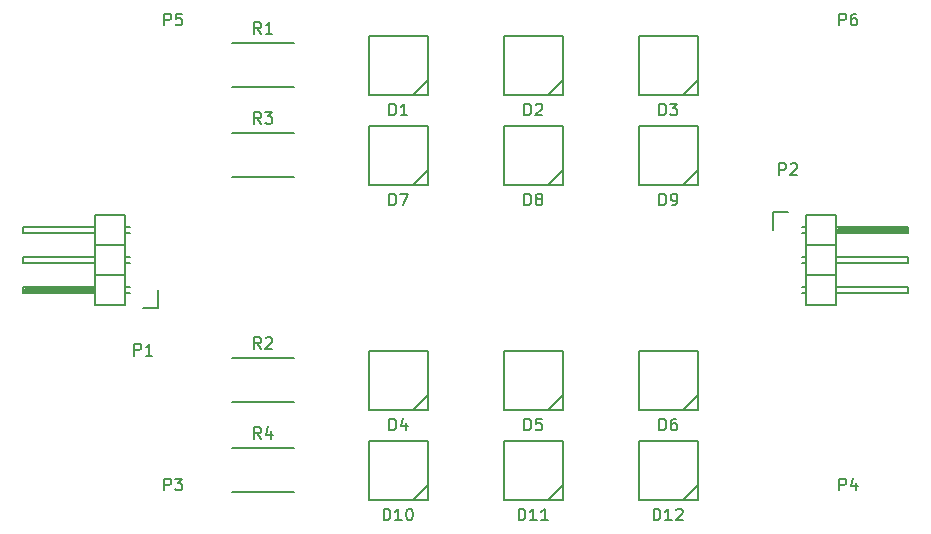
<source format=gbr>
G04 #@! TF.FileFunction,Legend,Top*
%FSLAX46Y46*%
G04 Gerber Fmt 4.6, Leading zero omitted, Abs format (unit mm)*
G04 Created by KiCad (PCBNEW 4.0.1-stable) date Tuesday, February 02, 2016 'pmt' 10:50:14 pm*
%MOMM*%
G01*
G04 APERTURE LIST*
%ADD10C,0.100000*%
%ADD11C,0.150000*%
G04 APERTURE END LIST*
D10*
D11*
X135920000Y-103150000D02*
X135920000Y-101600000D01*
X134620000Y-103150000D02*
X135920000Y-103150000D01*
X130429000Y-101727000D02*
X124587000Y-101727000D01*
X124587000Y-101727000D02*
X124587000Y-101473000D01*
X124587000Y-101473000D02*
X130429000Y-101473000D01*
X130429000Y-101473000D02*
X130429000Y-101600000D01*
X130429000Y-101600000D02*
X124587000Y-101600000D01*
X133096000Y-101854000D02*
X133477000Y-101854000D01*
X133096000Y-101346000D02*
X133477000Y-101346000D01*
X133096000Y-99314000D02*
X133477000Y-99314000D01*
X133096000Y-98806000D02*
X133477000Y-98806000D01*
X133096000Y-96774000D02*
X133477000Y-96774000D01*
X133096000Y-96266000D02*
X133477000Y-96266000D01*
X130556000Y-100330000D02*
X130556000Y-102870000D01*
X124460000Y-101346000D02*
X130556000Y-101346000D01*
X124460000Y-101854000D02*
X124460000Y-101346000D01*
X130556000Y-101854000D02*
X124460000Y-101854000D01*
X133096000Y-100330000D02*
X130556000Y-100330000D01*
X133096000Y-102870000D02*
X133096000Y-100330000D01*
X133096000Y-102870000D02*
X130556000Y-102870000D01*
X133096000Y-97790000D02*
X130556000Y-97790000D01*
X133096000Y-97790000D02*
X133096000Y-95250000D01*
X130556000Y-96774000D02*
X124460000Y-96774000D01*
X124460000Y-96774000D02*
X124460000Y-96266000D01*
X124460000Y-96266000D02*
X130556000Y-96266000D01*
X130556000Y-95250000D02*
X130556000Y-97790000D01*
X130556000Y-97790000D02*
X130556000Y-100330000D01*
X124460000Y-98806000D02*
X130556000Y-98806000D01*
X124460000Y-99314000D02*
X124460000Y-98806000D01*
X130556000Y-99314000D02*
X124460000Y-99314000D01*
X133096000Y-97790000D02*
X130556000Y-97790000D01*
X133096000Y-100330000D02*
X133096000Y-97790000D01*
X133096000Y-100330000D02*
X130556000Y-100330000D01*
X133096000Y-95250000D02*
X130556000Y-95250000D01*
X187930000Y-94970000D02*
X187930000Y-96520000D01*
X189230000Y-94970000D02*
X187930000Y-94970000D01*
X193421000Y-96393000D02*
X199263000Y-96393000D01*
X199263000Y-96393000D02*
X199263000Y-96647000D01*
X199263000Y-96647000D02*
X193421000Y-96647000D01*
X193421000Y-96647000D02*
X193421000Y-96520000D01*
X193421000Y-96520000D02*
X199263000Y-96520000D01*
X190754000Y-96266000D02*
X190373000Y-96266000D01*
X190754000Y-96774000D02*
X190373000Y-96774000D01*
X190754000Y-98806000D02*
X190373000Y-98806000D01*
X190754000Y-99314000D02*
X190373000Y-99314000D01*
X190754000Y-101346000D02*
X190373000Y-101346000D01*
X190754000Y-101854000D02*
X190373000Y-101854000D01*
X193294000Y-97790000D02*
X193294000Y-95250000D01*
X199390000Y-96774000D02*
X193294000Y-96774000D01*
X199390000Y-96266000D02*
X199390000Y-96774000D01*
X193294000Y-96266000D02*
X199390000Y-96266000D01*
X190754000Y-97790000D02*
X193294000Y-97790000D01*
X190754000Y-95250000D02*
X190754000Y-97790000D01*
X190754000Y-95250000D02*
X193294000Y-95250000D01*
X190754000Y-100330000D02*
X193294000Y-100330000D01*
X190754000Y-100330000D02*
X190754000Y-102870000D01*
X193294000Y-101346000D02*
X199390000Y-101346000D01*
X199390000Y-101346000D02*
X199390000Y-101854000D01*
X199390000Y-101854000D02*
X193294000Y-101854000D01*
X193294000Y-102870000D02*
X193294000Y-100330000D01*
X193294000Y-100330000D02*
X193294000Y-97790000D01*
X199390000Y-99314000D02*
X193294000Y-99314000D01*
X199390000Y-98806000D02*
X199390000Y-99314000D01*
X193294000Y-98806000D02*
X199390000Y-98806000D01*
X190754000Y-100330000D02*
X193294000Y-100330000D01*
X190754000Y-97790000D02*
X190754000Y-100330000D01*
X190754000Y-97790000D02*
X193294000Y-97790000D01*
X190754000Y-102870000D02*
X193294000Y-102870000D01*
X147380000Y-84375000D02*
X142180000Y-84375000D01*
X142180000Y-80725000D02*
X147380000Y-80725000D01*
X147380000Y-111045000D02*
X142180000Y-111045000D01*
X142180000Y-107395000D02*
X147380000Y-107395000D01*
X147380000Y-91995000D02*
X142180000Y-91995000D01*
X142180000Y-88345000D02*
X147380000Y-88345000D01*
X147380000Y-118665000D02*
X142180000Y-118665000D01*
X142180000Y-115015000D02*
X147380000Y-115015000D01*
X158750000Y-110490000D02*
X157480000Y-111760000D01*
X158710000Y-106720000D02*
X153710000Y-106720000D01*
X153710000Y-106720000D02*
X153710000Y-111720000D01*
X153710000Y-111720000D02*
X158710000Y-111720000D01*
X158710000Y-111720000D02*
X158710000Y-106720000D01*
X158750000Y-118110000D02*
X157480000Y-119380000D01*
X158710000Y-114340000D02*
X153710000Y-114340000D01*
X153710000Y-114340000D02*
X153710000Y-119340000D01*
X153710000Y-119340000D02*
X158710000Y-119340000D01*
X158710000Y-119340000D02*
X158710000Y-114340000D01*
X170180000Y-118110000D02*
X168910000Y-119380000D01*
X170140000Y-114340000D02*
X165140000Y-114340000D01*
X165140000Y-114340000D02*
X165140000Y-119340000D01*
X165140000Y-119340000D02*
X170140000Y-119340000D01*
X170140000Y-119340000D02*
X170140000Y-114340000D01*
X170180000Y-110490000D02*
X168910000Y-111760000D01*
X170140000Y-106720000D02*
X165140000Y-106720000D01*
X165140000Y-106720000D02*
X165140000Y-111720000D01*
X165140000Y-111720000D02*
X170140000Y-111720000D01*
X170140000Y-111720000D02*
X170140000Y-106720000D01*
X181610000Y-110490000D02*
X180340000Y-111760000D01*
X181570000Y-106720000D02*
X176570000Y-106720000D01*
X176570000Y-106720000D02*
X176570000Y-111720000D01*
X176570000Y-111720000D02*
X181570000Y-111720000D01*
X181570000Y-111720000D02*
X181570000Y-106720000D01*
X181610000Y-118110000D02*
X180340000Y-119380000D01*
X181570000Y-114340000D02*
X176570000Y-114340000D01*
X176570000Y-114340000D02*
X176570000Y-119340000D01*
X176570000Y-119340000D02*
X181570000Y-119340000D01*
X181570000Y-119340000D02*
X181570000Y-114340000D01*
X181610000Y-83820000D02*
X180340000Y-85090000D01*
X181570000Y-80050000D02*
X176570000Y-80050000D01*
X176570000Y-80050000D02*
X176570000Y-85050000D01*
X176570000Y-85050000D02*
X181570000Y-85050000D01*
X181570000Y-85050000D02*
X181570000Y-80050000D01*
X181610000Y-91440000D02*
X180340000Y-92710000D01*
X181570000Y-87670000D02*
X176570000Y-87670000D01*
X176570000Y-87670000D02*
X176570000Y-92670000D01*
X176570000Y-92670000D02*
X181570000Y-92670000D01*
X181570000Y-92670000D02*
X181570000Y-87670000D01*
X170180000Y-91440000D02*
X168910000Y-92710000D01*
X170140000Y-87670000D02*
X165140000Y-87670000D01*
X165140000Y-87670000D02*
X165140000Y-92670000D01*
X165140000Y-92670000D02*
X170140000Y-92670000D01*
X170140000Y-92670000D02*
X170140000Y-87670000D01*
X170180000Y-83820000D02*
X168910000Y-85090000D01*
X170140000Y-80050000D02*
X165140000Y-80050000D01*
X165140000Y-80050000D02*
X165140000Y-85050000D01*
X165140000Y-85050000D02*
X170140000Y-85050000D01*
X170140000Y-85050000D02*
X170140000Y-80050000D01*
X158750000Y-83820000D02*
X157480000Y-85090000D01*
X158710000Y-80050000D02*
X153710000Y-80050000D01*
X153710000Y-80050000D02*
X153710000Y-85050000D01*
X153710000Y-85050000D02*
X158710000Y-85050000D01*
X158710000Y-85050000D02*
X158710000Y-80050000D01*
X158750000Y-91440000D02*
X157480000Y-92710000D01*
X158710000Y-87670000D02*
X153710000Y-87670000D01*
X153710000Y-87670000D02*
X153710000Y-92670000D01*
X153710000Y-92670000D02*
X158710000Y-92670000D01*
X158710000Y-92670000D02*
X158710000Y-87670000D01*
X133881905Y-107152381D02*
X133881905Y-106152381D01*
X134262858Y-106152381D01*
X134358096Y-106200000D01*
X134405715Y-106247619D01*
X134453334Y-106342857D01*
X134453334Y-106485714D01*
X134405715Y-106580952D01*
X134358096Y-106628571D01*
X134262858Y-106676190D01*
X133881905Y-106676190D01*
X135405715Y-107152381D02*
X134834286Y-107152381D01*
X135120000Y-107152381D02*
X135120000Y-106152381D01*
X135024762Y-106295238D01*
X134929524Y-106390476D01*
X134834286Y-106438095D01*
X188491905Y-91872381D02*
X188491905Y-90872381D01*
X188872858Y-90872381D01*
X188968096Y-90920000D01*
X189015715Y-90967619D01*
X189063334Y-91062857D01*
X189063334Y-91205714D01*
X189015715Y-91300952D01*
X188968096Y-91348571D01*
X188872858Y-91396190D01*
X188491905Y-91396190D01*
X189444286Y-90967619D02*
X189491905Y-90920000D01*
X189587143Y-90872381D01*
X189825239Y-90872381D01*
X189920477Y-90920000D01*
X189968096Y-90967619D01*
X190015715Y-91062857D01*
X190015715Y-91158095D01*
X189968096Y-91300952D01*
X189396667Y-91872381D01*
X190015715Y-91872381D01*
X144613334Y-79902381D02*
X144280000Y-79426190D01*
X144041905Y-79902381D02*
X144041905Y-78902381D01*
X144422858Y-78902381D01*
X144518096Y-78950000D01*
X144565715Y-78997619D01*
X144613334Y-79092857D01*
X144613334Y-79235714D01*
X144565715Y-79330952D01*
X144518096Y-79378571D01*
X144422858Y-79426190D01*
X144041905Y-79426190D01*
X145565715Y-79902381D02*
X144994286Y-79902381D01*
X145280000Y-79902381D02*
X145280000Y-78902381D01*
X145184762Y-79045238D01*
X145089524Y-79140476D01*
X144994286Y-79188095D01*
X144613334Y-106572381D02*
X144280000Y-106096190D01*
X144041905Y-106572381D02*
X144041905Y-105572381D01*
X144422858Y-105572381D01*
X144518096Y-105620000D01*
X144565715Y-105667619D01*
X144613334Y-105762857D01*
X144613334Y-105905714D01*
X144565715Y-106000952D01*
X144518096Y-106048571D01*
X144422858Y-106096190D01*
X144041905Y-106096190D01*
X144994286Y-105667619D02*
X145041905Y-105620000D01*
X145137143Y-105572381D01*
X145375239Y-105572381D01*
X145470477Y-105620000D01*
X145518096Y-105667619D01*
X145565715Y-105762857D01*
X145565715Y-105858095D01*
X145518096Y-106000952D01*
X144946667Y-106572381D01*
X145565715Y-106572381D01*
X144613334Y-87522381D02*
X144280000Y-87046190D01*
X144041905Y-87522381D02*
X144041905Y-86522381D01*
X144422858Y-86522381D01*
X144518096Y-86570000D01*
X144565715Y-86617619D01*
X144613334Y-86712857D01*
X144613334Y-86855714D01*
X144565715Y-86950952D01*
X144518096Y-86998571D01*
X144422858Y-87046190D01*
X144041905Y-87046190D01*
X144946667Y-86522381D02*
X145565715Y-86522381D01*
X145232381Y-86903333D01*
X145375239Y-86903333D01*
X145470477Y-86950952D01*
X145518096Y-86998571D01*
X145565715Y-87093810D01*
X145565715Y-87331905D01*
X145518096Y-87427143D01*
X145470477Y-87474762D01*
X145375239Y-87522381D01*
X145089524Y-87522381D01*
X144994286Y-87474762D01*
X144946667Y-87427143D01*
X144613334Y-114192381D02*
X144280000Y-113716190D01*
X144041905Y-114192381D02*
X144041905Y-113192381D01*
X144422858Y-113192381D01*
X144518096Y-113240000D01*
X144565715Y-113287619D01*
X144613334Y-113382857D01*
X144613334Y-113525714D01*
X144565715Y-113620952D01*
X144518096Y-113668571D01*
X144422858Y-113716190D01*
X144041905Y-113716190D01*
X145470477Y-113525714D02*
X145470477Y-114192381D01*
X145232381Y-113144762D02*
X144994286Y-113859048D01*
X145613334Y-113859048D01*
X155471905Y-113482381D02*
X155471905Y-112482381D01*
X155710000Y-112482381D01*
X155852858Y-112530000D01*
X155948096Y-112625238D01*
X155995715Y-112720476D01*
X156043334Y-112910952D01*
X156043334Y-113053810D01*
X155995715Y-113244286D01*
X155948096Y-113339524D01*
X155852858Y-113434762D01*
X155710000Y-113482381D01*
X155471905Y-113482381D01*
X156900477Y-112815714D02*
X156900477Y-113482381D01*
X156662381Y-112434762D02*
X156424286Y-113149048D01*
X157043334Y-113149048D01*
X154995714Y-121102381D02*
X154995714Y-120102381D01*
X155233809Y-120102381D01*
X155376667Y-120150000D01*
X155471905Y-120245238D01*
X155519524Y-120340476D01*
X155567143Y-120530952D01*
X155567143Y-120673810D01*
X155519524Y-120864286D01*
X155471905Y-120959524D01*
X155376667Y-121054762D01*
X155233809Y-121102381D01*
X154995714Y-121102381D01*
X156519524Y-121102381D02*
X155948095Y-121102381D01*
X156233809Y-121102381D02*
X156233809Y-120102381D01*
X156138571Y-120245238D01*
X156043333Y-120340476D01*
X155948095Y-120388095D01*
X157138571Y-120102381D02*
X157233810Y-120102381D01*
X157329048Y-120150000D01*
X157376667Y-120197619D01*
X157424286Y-120292857D01*
X157471905Y-120483333D01*
X157471905Y-120721429D01*
X157424286Y-120911905D01*
X157376667Y-121007143D01*
X157329048Y-121054762D01*
X157233810Y-121102381D01*
X157138571Y-121102381D01*
X157043333Y-121054762D01*
X156995714Y-121007143D01*
X156948095Y-120911905D01*
X156900476Y-120721429D01*
X156900476Y-120483333D01*
X156948095Y-120292857D01*
X156995714Y-120197619D01*
X157043333Y-120150000D01*
X157138571Y-120102381D01*
X166425714Y-121102381D02*
X166425714Y-120102381D01*
X166663809Y-120102381D01*
X166806667Y-120150000D01*
X166901905Y-120245238D01*
X166949524Y-120340476D01*
X166997143Y-120530952D01*
X166997143Y-120673810D01*
X166949524Y-120864286D01*
X166901905Y-120959524D01*
X166806667Y-121054762D01*
X166663809Y-121102381D01*
X166425714Y-121102381D01*
X167949524Y-121102381D02*
X167378095Y-121102381D01*
X167663809Y-121102381D02*
X167663809Y-120102381D01*
X167568571Y-120245238D01*
X167473333Y-120340476D01*
X167378095Y-120388095D01*
X168901905Y-121102381D02*
X168330476Y-121102381D01*
X168616190Y-121102381D02*
X168616190Y-120102381D01*
X168520952Y-120245238D01*
X168425714Y-120340476D01*
X168330476Y-120388095D01*
X166901905Y-113482381D02*
X166901905Y-112482381D01*
X167140000Y-112482381D01*
X167282858Y-112530000D01*
X167378096Y-112625238D01*
X167425715Y-112720476D01*
X167473334Y-112910952D01*
X167473334Y-113053810D01*
X167425715Y-113244286D01*
X167378096Y-113339524D01*
X167282858Y-113434762D01*
X167140000Y-113482381D01*
X166901905Y-113482381D01*
X168378096Y-112482381D02*
X167901905Y-112482381D01*
X167854286Y-112958571D01*
X167901905Y-112910952D01*
X167997143Y-112863333D01*
X168235239Y-112863333D01*
X168330477Y-112910952D01*
X168378096Y-112958571D01*
X168425715Y-113053810D01*
X168425715Y-113291905D01*
X168378096Y-113387143D01*
X168330477Y-113434762D01*
X168235239Y-113482381D01*
X167997143Y-113482381D01*
X167901905Y-113434762D01*
X167854286Y-113387143D01*
X178331905Y-113482381D02*
X178331905Y-112482381D01*
X178570000Y-112482381D01*
X178712858Y-112530000D01*
X178808096Y-112625238D01*
X178855715Y-112720476D01*
X178903334Y-112910952D01*
X178903334Y-113053810D01*
X178855715Y-113244286D01*
X178808096Y-113339524D01*
X178712858Y-113434762D01*
X178570000Y-113482381D01*
X178331905Y-113482381D01*
X179760477Y-112482381D02*
X179570000Y-112482381D01*
X179474762Y-112530000D01*
X179427143Y-112577619D01*
X179331905Y-112720476D01*
X179284286Y-112910952D01*
X179284286Y-113291905D01*
X179331905Y-113387143D01*
X179379524Y-113434762D01*
X179474762Y-113482381D01*
X179665239Y-113482381D01*
X179760477Y-113434762D01*
X179808096Y-113387143D01*
X179855715Y-113291905D01*
X179855715Y-113053810D01*
X179808096Y-112958571D01*
X179760477Y-112910952D01*
X179665239Y-112863333D01*
X179474762Y-112863333D01*
X179379524Y-112910952D01*
X179331905Y-112958571D01*
X179284286Y-113053810D01*
X177855714Y-121102381D02*
X177855714Y-120102381D01*
X178093809Y-120102381D01*
X178236667Y-120150000D01*
X178331905Y-120245238D01*
X178379524Y-120340476D01*
X178427143Y-120530952D01*
X178427143Y-120673810D01*
X178379524Y-120864286D01*
X178331905Y-120959524D01*
X178236667Y-121054762D01*
X178093809Y-121102381D01*
X177855714Y-121102381D01*
X179379524Y-121102381D02*
X178808095Y-121102381D01*
X179093809Y-121102381D02*
X179093809Y-120102381D01*
X178998571Y-120245238D01*
X178903333Y-120340476D01*
X178808095Y-120388095D01*
X179760476Y-120197619D02*
X179808095Y-120150000D01*
X179903333Y-120102381D01*
X180141429Y-120102381D01*
X180236667Y-120150000D01*
X180284286Y-120197619D01*
X180331905Y-120292857D01*
X180331905Y-120388095D01*
X180284286Y-120530952D01*
X179712857Y-121102381D01*
X180331905Y-121102381D01*
X178331905Y-86812381D02*
X178331905Y-85812381D01*
X178570000Y-85812381D01*
X178712858Y-85860000D01*
X178808096Y-85955238D01*
X178855715Y-86050476D01*
X178903334Y-86240952D01*
X178903334Y-86383810D01*
X178855715Y-86574286D01*
X178808096Y-86669524D01*
X178712858Y-86764762D01*
X178570000Y-86812381D01*
X178331905Y-86812381D01*
X179236667Y-85812381D02*
X179855715Y-85812381D01*
X179522381Y-86193333D01*
X179665239Y-86193333D01*
X179760477Y-86240952D01*
X179808096Y-86288571D01*
X179855715Y-86383810D01*
X179855715Y-86621905D01*
X179808096Y-86717143D01*
X179760477Y-86764762D01*
X179665239Y-86812381D01*
X179379524Y-86812381D01*
X179284286Y-86764762D01*
X179236667Y-86717143D01*
X178331905Y-94432381D02*
X178331905Y-93432381D01*
X178570000Y-93432381D01*
X178712858Y-93480000D01*
X178808096Y-93575238D01*
X178855715Y-93670476D01*
X178903334Y-93860952D01*
X178903334Y-94003810D01*
X178855715Y-94194286D01*
X178808096Y-94289524D01*
X178712858Y-94384762D01*
X178570000Y-94432381D01*
X178331905Y-94432381D01*
X179379524Y-94432381D02*
X179570000Y-94432381D01*
X179665239Y-94384762D01*
X179712858Y-94337143D01*
X179808096Y-94194286D01*
X179855715Y-94003810D01*
X179855715Y-93622857D01*
X179808096Y-93527619D01*
X179760477Y-93480000D01*
X179665239Y-93432381D01*
X179474762Y-93432381D01*
X179379524Y-93480000D01*
X179331905Y-93527619D01*
X179284286Y-93622857D01*
X179284286Y-93860952D01*
X179331905Y-93956190D01*
X179379524Y-94003810D01*
X179474762Y-94051429D01*
X179665239Y-94051429D01*
X179760477Y-94003810D01*
X179808096Y-93956190D01*
X179855715Y-93860952D01*
X166901905Y-94432381D02*
X166901905Y-93432381D01*
X167140000Y-93432381D01*
X167282858Y-93480000D01*
X167378096Y-93575238D01*
X167425715Y-93670476D01*
X167473334Y-93860952D01*
X167473334Y-94003810D01*
X167425715Y-94194286D01*
X167378096Y-94289524D01*
X167282858Y-94384762D01*
X167140000Y-94432381D01*
X166901905Y-94432381D01*
X168044762Y-93860952D02*
X167949524Y-93813333D01*
X167901905Y-93765714D01*
X167854286Y-93670476D01*
X167854286Y-93622857D01*
X167901905Y-93527619D01*
X167949524Y-93480000D01*
X168044762Y-93432381D01*
X168235239Y-93432381D01*
X168330477Y-93480000D01*
X168378096Y-93527619D01*
X168425715Y-93622857D01*
X168425715Y-93670476D01*
X168378096Y-93765714D01*
X168330477Y-93813333D01*
X168235239Y-93860952D01*
X168044762Y-93860952D01*
X167949524Y-93908571D01*
X167901905Y-93956190D01*
X167854286Y-94051429D01*
X167854286Y-94241905D01*
X167901905Y-94337143D01*
X167949524Y-94384762D01*
X168044762Y-94432381D01*
X168235239Y-94432381D01*
X168330477Y-94384762D01*
X168378096Y-94337143D01*
X168425715Y-94241905D01*
X168425715Y-94051429D01*
X168378096Y-93956190D01*
X168330477Y-93908571D01*
X168235239Y-93860952D01*
X166901905Y-86812381D02*
X166901905Y-85812381D01*
X167140000Y-85812381D01*
X167282858Y-85860000D01*
X167378096Y-85955238D01*
X167425715Y-86050476D01*
X167473334Y-86240952D01*
X167473334Y-86383810D01*
X167425715Y-86574286D01*
X167378096Y-86669524D01*
X167282858Y-86764762D01*
X167140000Y-86812381D01*
X166901905Y-86812381D01*
X167854286Y-85907619D02*
X167901905Y-85860000D01*
X167997143Y-85812381D01*
X168235239Y-85812381D01*
X168330477Y-85860000D01*
X168378096Y-85907619D01*
X168425715Y-86002857D01*
X168425715Y-86098095D01*
X168378096Y-86240952D01*
X167806667Y-86812381D01*
X168425715Y-86812381D01*
X155471905Y-86812381D02*
X155471905Y-85812381D01*
X155710000Y-85812381D01*
X155852858Y-85860000D01*
X155948096Y-85955238D01*
X155995715Y-86050476D01*
X156043334Y-86240952D01*
X156043334Y-86383810D01*
X155995715Y-86574286D01*
X155948096Y-86669524D01*
X155852858Y-86764762D01*
X155710000Y-86812381D01*
X155471905Y-86812381D01*
X156995715Y-86812381D02*
X156424286Y-86812381D01*
X156710000Y-86812381D02*
X156710000Y-85812381D01*
X156614762Y-85955238D01*
X156519524Y-86050476D01*
X156424286Y-86098095D01*
X155471905Y-94432381D02*
X155471905Y-93432381D01*
X155710000Y-93432381D01*
X155852858Y-93480000D01*
X155948096Y-93575238D01*
X155995715Y-93670476D01*
X156043334Y-93860952D01*
X156043334Y-94003810D01*
X155995715Y-94194286D01*
X155948096Y-94289524D01*
X155852858Y-94384762D01*
X155710000Y-94432381D01*
X155471905Y-94432381D01*
X156376667Y-93432381D02*
X157043334Y-93432381D01*
X156614762Y-94432381D01*
X136421905Y-118562381D02*
X136421905Y-117562381D01*
X136802858Y-117562381D01*
X136898096Y-117610000D01*
X136945715Y-117657619D01*
X136993334Y-117752857D01*
X136993334Y-117895714D01*
X136945715Y-117990952D01*
X136898096Y-118038571D01*
X136802858Y-118086190D01*
X136421905Y-118086190D01*
X137326667Y-117562381D02*
X137945715Y-117562381D01*
X137612381Y-117943333D01*
X137755239Y-117943333D01*
X137850477Y-117990952D01*
X137898096Y-118038571D01*
X137945715Y-118133810D01*
X137945715Y-118371905D01*
X137898096Y-118467143D01*
X137850477Y-118514762D01*
X137755239Y-118562381D01*
X137469524Y-118562381D01*
X137374286Y-118514762D01*
X137326667Y-118467143D01*
X193571905Y-118562381D02*
X193571905Y-117562381D01*
X193952858Y-117562381D01*
X194048096Y-117610000D01*
X194095715Y-117657619D01*
X194143334Y-117752857D01*
X194143334Y-117895714D01*
X194095715Y-117990952D01*
X194048096Y-118038571D01*
X193952858Y-118086190D01*
X193571905Y-118086190D01*
X195000477Y-117895714D02*
X195000477Y-118562381D01*
X194762381Y-117514762D02*
X194524286Y-118229048D01*
X195143334Y-118229048D01*
X136421905Y-79192381D02*
X136421905Y-78192381D01*
X136802858Y-78192381D01*
X136898096Y-78240000D01*
X136945715Y-78287619D01*
X136993334Y-78382857D01*
X136993334Y-78525714D01*
X136945715Y-78620952D01*
X136898096Y-78668571D01*
X136802858Y-78716190D01*
X136421905Y-78716190D01*
X137898096Y-78192381D02*
X137421905Y-78192381D01*
X137374286Y-78668571D01*
X137421905Y-78620952D01*
X137517143Y-78573333D01*
X137755239Y-78573333D01*
X137850477Y-78620952D01*
X137898096Y-78668571D01*
X137945715Y-78763810D01*
X137945715Y-79001905D01*
X137898096Y-79097143D01*
X137850477Y-79144762D01*
X137755239Y-79192381D01*
X137517143Y-79192381D01*
X137421905Y-79144762D01*
X137374286Y-79097143D01*
X193571905Y-79192381D02*
X193571905Y-78192381D01*
X193952858Y-78192381D01*
X194048096Y-78240000D01*
X194095715Y-78287619D01*
X194143334Y-78382857D01*
X194143334Y-78525714D01*
X194095715Y-78620952D01*
X194048096Y-78668571D01*
X193952858Y-78716190D01*
X193571905Y-78716190D01*
X195000477Y-78192381D02*
X194810000Y-78192381D01*
X194714762Y-78240000D01*
X194667143Y-78287619D01*
X194571905Y-78430476D01*
X194524286Y-78620952D01*
X194524286Y-79001905D01*
X194571905Y-79097143D01*
X194619524Y-79144762D01*
X194714762Y-79192381D01*
X194905239Y-79192381D01*
X195000477Y-79144762D01*
X195048096Y-79097143D01*
X195095715Y-79001905D01*
X195095715Y-78763810D01*
X195048096Y-78668571D01*
X195000477Y-78620952D01*
X194905239Y-78573333D01*
X194714762Y-78573333D01*
X194619524Y-78620952D01*
X194571905Y-78668571D01*
X194524286Y-78763810D01*
M02*

</source>
